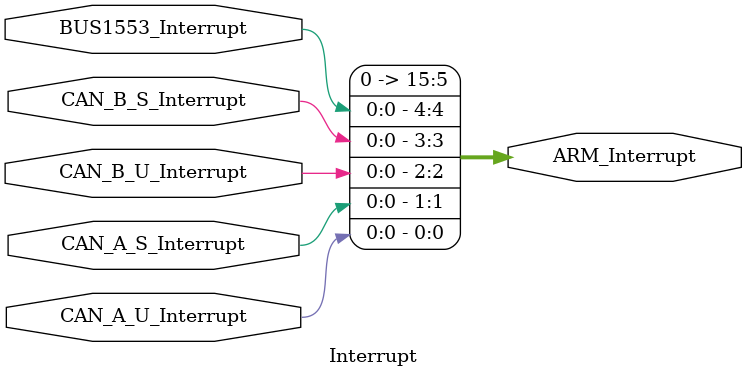
<source format=v>
module Interrupt(
		output wire[15:0] ARM_Interrupt,
		input wire CAN_A_U_Interrupt,
		input wire CAN_A_S_Interrupt,
		input wire CAN_B_U_Interrupt,
		input wire CAN_B_S_Interrupt,
		input wire BUS1553_Interrupt
		
		/*
		input wire LVDS_Interrupt,
		*/
				);
		assign ARM_Interrupt = {11'h000, 
								BUS1553_Interrupt, 
								CAN_B_S_Interrupt,
								CAN_B_U_Interrupt,
								CAN_A_S_Interrupt,
								CAN_A_U_Interrupt};

endmodule
</source>
